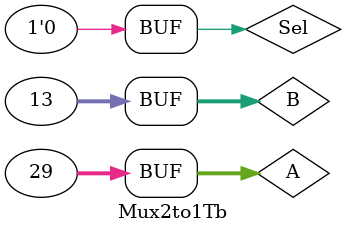
<source format=v>
`timescale 10ns / 1ps
/*
Objetivo:
	Se busca que el valor de salida del Mux concuerde con el valor que
	es seleccionador por el seleccionador.
Procedimiento:
	Se asigna un Valor a A y B, y si el valor del seleccionador esta en 0, se espera el valor de A
	en la salida. Si el seleccionador esta en 1, se obtiene el valor de B.
*/
module Mux2to1Tb;

	// Inputs
	reg Sel;
	reg [31:0] A;
	reg [31:0] B;
	// Outputs
	wire [31:0] C;
	// Instantiate the Unit Under Test (uut)
	Mux2to1 uut (
		.Sel(Sel), 
		.A(A), 
		.B(B), 
		.C(C)
	);
	initial
		begin
			// Initialize Inputs
			Sel = 0;
			A = 0;
			B = 0;
			// Wait 100 ns for global reset to finish
			#100;
			// Add stimulus here
			A = 29;
			B = 13;
			
			#10;
			Sel = 1'b1;
			#10;
			
			Sel = 1'b0;
		end
endmodule


</source>
